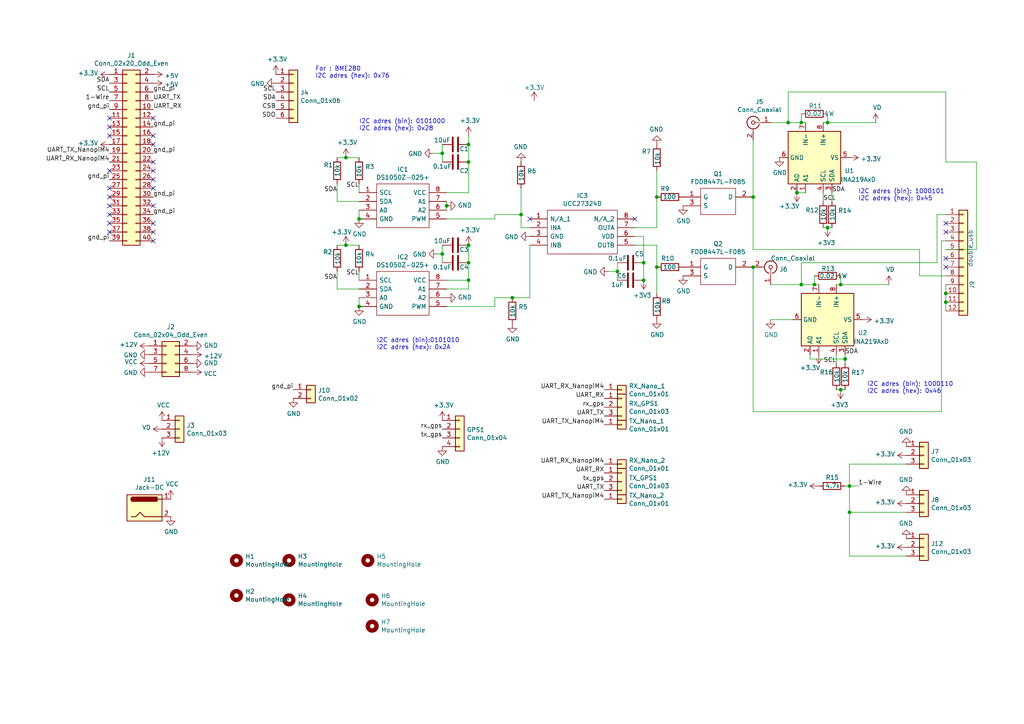
<source format=kicad_sch>
(kicad_sch (version 20230121) (generator eeschema)
  (paper "A4")
  (title_block (title "rpi_hat_alim_resist") (date "2020-10-30") (rev "3.0"))
  (lib_symbols
    (symbol "Connector:Conn_Coaxial" (pin_names (offset 1.016) hide)
      (property "Reference" "J" (at 0.254 3.048 0))
      (property "Value" "Conn_Coaxial" (at 2.921 0 90))
      (symbol "Conn_Coaxial_1_1"
        (pin passive line (at -5.08 0 0) (length 2.54) (name "In") (number "1"))
        (pin passive line (at 0 -5.08 90) (length 2.54) (name "Ext") (number "2"))
      )
    )
    (symbol "Connector:Jack-DC" (pin_names (offset 1.016))
      (property "Reference" "J" (at 0 5.334 0))
      (property "Value" "Jack-DC" (at 0 -5.08 0))
      (symbol "Jack-DC_1_1"
        (pin passive line (at 7.62 2.54 180) (length 2.54) (name "~") (number "1"))
        (pin passive line (at 7.62 -2.54 180) (length 2.54) (name "~") (number "2"))
      )
    )
    (symbol "Connector_Generic:Conn_01x01" (pin_names (offset 1.016) hide)
      (property "Reference" "J" (at 0 2.54 0))
      (property "Value" "Conn_01x01" (at 0 -2.54 0))
      (symbol "Conn_01x01_1_1"
        (pin passive line (at -5.08 0 0) (length 3.81) (name "Pin_1") (number "1"))
      )
    )
    (symbol "Connector_Generic:Conn_01x02" (pin_names (offset 1.016) hide)
      (property "Reference" "J" (at 0 2.54 0))
      (property "Value" "Conn_01x02" (at 0 -5.08 0))
      (symbol "Conn_01x02_1_1"
        (pin passive line (at -5.08 0 0) (length 3.81) (name "Pin_1") (number "1"))
        (pin passive line (at -5.08 -2.54 0) (length 3.81) (name "Pin_2") (number "2"))
      )
    )
    (symbol "Connector_Generic:Conn_01x03" (pin_names (offset 1.016) hide)
      (property "Reference" "J" (at 0 5.08 0))
      (property "Value" "Conn_01x03" (at 0 -5.08 0))
      (symbol "Conn_01x03_1_1"
        (pin passive line (at -5.08 2.54 0) (length 3.81) (name "Pin_1") (number "1"))
        (pin passive line (at -5.08 0 0) (length 3.81) (name "Pin_2") (number "2"))
        (pin passive line (at -5.08 -2.54 0) (length 3.81) (name "Pin_3") (number "3"))
      )
    )
    (symbol "Connector_Generic:Conn_01x04" (pin_names (offset 1.016) hide)
      (property "Reference" "J" (at 0 5.08 0))
      (property "Value" "Conn_01x04" (at 0 -7.62 0))
      (symbol "Conn_01x04_1_1"
        (pin passive line (at -5.08 2.54 0) (length 3.81) (name "Pin_1") (number "1"))
        (pin passive line (at -5.08 0 0) (length 3.81) (name "Pin_2") (number "2"))
        (pin passive line (at -5.08 -2.54 0) (length 3.81) (name "Pin_3") (number "3"))
        (pin passive line (at -5.08 -5.08 0) (length 3.81) (name "Pin_4") (number "4"))
      )
    )
    (symbol "Connector_Generic:Conn_01x06" (pin_names (offset 1.016) hide)
      (property "Reference" "J" (at 0 7.62 0))
      (property "Value" "Conn_01x06" (at 0 -10.16 0))
      (symbol "Conn_01x06_1_1"
        (pin passive line (at -5.08 5.08 0) (length 3.81) (name "Pin_1") (number "1"))
        (pin passive line (at -5.08 2.54 0) (length 3.81) (name "Pin_2") (number "2"))
        (pin passive line (at -5.08 0 0) (length 3.81) (name "Pin_3") (number "3"))
        (pin passive line (at -5.08 -2.54 0) (length 3.81) (name "Pin_4") (number "4"))
        (pin passive line (at -5.08 -5.08 0) (length 3.81) (name "Pin_5") (number "5"))
        (pin passive line (at -5.08 -7.62 0) (length 3.81) (name "Pin_6") (number "6"))
      )
    )
    (symbol "Connector_Generic:Conn_01x12" (pin_names (offset 1.016) hide)
      (property "Reference" "J" (at 0 15.24 0))
      (property "Value" "Conn_01x12" (at 0 -17.78 0))
      (symbol "Conn_01x12_1_1"
        (pin passive line (at -5.08 12.7 0) (length 3.81) (name "Pin_1") (number "1"))
        (pin passive line (at -5.08 -10.16 0) (length 3.81) (name "Pin_10") (number "10"))
        (pin passive line (at -5.08 -12.7 0) (length 3.81) (name "Pin_11") (number "11"))
        (pin passive line (at -5.08 -15.24 0) (length 3.81) (name "Pin_12") (number "12"))
        (pin passive line (at -5.08 10.16 0) (length 3.81) (name "Pin_2") (number "2"))
        (pin passive line (at -5.08 7.62 0) (length 3.81) (name "Pin_3") (number "3"))
        (pin passive line (at -5.08 5.08 0) (length 3.81) (name "Pin_4") (number "4"))
        (pin passive line (at -5.08 2.54 0) (length 3.81) (name "Pin_5") (number "5"))
        (pin passive line (at -5.08 0 0) (length 3.81) (name "Pin_6") (number "6"))
        (pin passive line (at -5.08 -2.54 0) (length 3.81) (name "Pin_7") (number "7"))
        (pin passive line (at -5.08 -5.08 0) (length 3.81) (name "Pin_8") (number "8"))
        (pin passive line (at -5.08 -7.62 0) (length 3.81) (name "Pin_9") (number "9"))
      )
    )
    (symbol "Connector_Generic:Conn_02x04_Odd_Even" (pin_names (offset 1.016) hide)
      (property "Reference" "J" (at 1.27 5.08 0))
      (property "Value" "Conn_02x04_Odd_Even" (at 1.27 -7.62 0))
      (symbol "Conn_02x04_Odd_Even_1_1"
        (pin passive line (at -5.08 2.54 0) (length 3.81) (name "Pin_1") (number "1"))
        (pin passive line (at 7.62 2.54 180) (length 3.81) (name "Pin_2") (number "2"))
        (pin passive line (at -5.08 0 0) (length 3.81) (name "Pin_3") (number "3"))
        (pin passive line (at 7.62 0 180) (length 3.81) (name "Pin_4") (number "4"))
        (pin passive line (at -5.08 -2.54 0) (length 3.81) (name "Pin_5") (number "5"))
        (pin passive line (at 7.62 -2.54 180) (length 3.81) (name "Pin_6") (number "6"))
        (pin passive line (at -5.08 -5.08 0) (length 3.81) (name "Pin_7") (number "7"))
        (pin passive line (at 7.62 -5.08 180) (length 3.81) (name "Pin_8") (number "8"))
      )
    )
    (symbol "Connector_Generic:Conn_02x20_Odd_Even" (pin_names (offset 1.016) hide)
      (property "Reference" "J" (at 1.27 25.4 0))
      (property "Value" "Conn_02x20_Odd_Even" (at 1.27 -27.94 0))
      (symbol "Conn_02x20_Odd_Even_1_1"
        (pin passive line (at -5.08 22.86 0) (length 3.81) (name "Pin_1") (number "1"))
        (pin passive line (at 7.62 12.7 180) (length 3.81) (name "Pin_10") (number "10"))
        (pin passive line (at -5.08 10.16 0) (length 3.81) (name "Pin_11") (number "11"))
        (pin passive line (at 7.62 10.16 180) (length 3.81) (name "Pin_12") (number "12"))
        (pin passive line (at -5.08 7.62 0) (length 3.81) (name "Pin_13") (number "13"))
        (pin passive line (at 7.62 7.62 180) (length 3.81) (name "Pin_14") (number "14"))
        (pin passive line (at -5.08 5.08 0) (length 3.81) (name "Pin_15") (number "15"))
        (pin passive line (at 7.62 5.08 180) (length 3.81) (name "Pin_16") (number "16"))
        (pin passive line (at -5.08 2.54 0) (length 3.81) (name "Pin_17") (number "17"))
        (pin passive line (at 7.62 2.54 180) (length 3.81) (name "Pin_18") (number "18"))
        (pin passive line (at -5.08 0 0) (length 3.81) (name "Pin_19") (number "19"))
        (pin passive line (at 7.62 22.86 180) (length 3.81) (name "Pin_2") (number "2"))
        (pin passive line (at 7.62 0 180) (length 3.81) (name "Pin_20") (number "20"))
        (pin passive line (at -5.08 -2.54 0) (length 3.81) (name "Pin_21") (number "21"))
        (pin passive line (at 7.62 -2.54 180) (length 3.81) (name "Pin_22") (number "22"))
        (pin passive line (at -5.08 -5.08 0) (length 3.81) (name "Pin_23") (number "23"))
        (pin passive line (at 7.62 -5.08 180) (length 3.81) (name "Pin_24") (number "24"))
        (pin passive line (at -5.08 -7.62 0) (length 3.81) (name "Pin_25") (number "25"))
        (pin passive line (at 7.62 -7.62 180) (length 3.81) (name "Pin_26") (number "26"))
        (pin passive line (at -5.08 -10.16 0) (length 3.81) (name "Pin_27") (number "27"))
        (pin passive line (at 7.62 -10.16 180) (length 3.81) (name "Pin_28") (number "28"))
        (pin passive line (at -5.08 -12.7 0) (length 3.81) (name "Pin_29") (number "29"))
        (pin passive line (at -5.08 20.32 0) (length 3.81) (name "Pin_3") (number "3"))
        (pin passive line (at 7.62 -12.7 180) (length 3.81) (name "Pin_30") (number "30"))
        (pin passive line (at -5.08 -15.24 0) (length 3.81) (name "Pin_31") (number "31"))
        (pin passive line (at 7.62 -15.24 180) (length 3.81) (name "Pin_32") (number "32"))
        (pin passive line (at -5.08 -17.78 0) (length 3.81) (name "Pin_33") (number "33"))
        (pin passive line (at 7.62 -17.78 180) (length 3.81) (name "Pin_34") (number "34"))
        (pin passive line (at -5.08 -20.32 0) (length 3.81) (name "Pin_35") (number "35"))
        (pin passive line (at 7.62 -20.32 180) (length 3.81) (name "Pin_36") (number "36"))
        (pin passive line (at -5.08 -22.86 0) (length 3.81) (name "Pin_37") (number "37"))
        (pin passive line (at 7.62 -22.86 180) (length 3.81) (name "Pin_38") (number "38"))
        (pin passive line (at -5.08 -25.4 0) (length 3.81) (name "Pin_39") (number "39"))
        (pin passive line (at 7.62 20.32 180) (length 3.81) (name "Pin_4") (number "4"))
        (pin passive line (at 7.62 -25.4 180) (length 3.81) (name "Pin_40") (number "40"))
        (pin passive line (at -5.08 17.78 0) (length 3.81) (name "Pin_5") (number "5"))
        (pin passive line (at 7.62 17.78 180) (length 3.81) (name "Pin_6") (number "6"))
        (pin passive line (at -5.08 15.24 0) (length 3.81) (name "Pin_7") (number "7"))
        (pin passive line (at 7.62 15.24 180) (length 3.81) (name "Pin_8") (number "8"))
        (pin passive line (at -5.08 12.7 0) (length 3.81) (name "Pin_9") (number "9"))
      )
    )
    (symbol "DS1050Z-010+:DS1050Z-010+" (pin_names (offset 0.762))
      (property "Reference" "IC" (at 21.59 7.62 0))
      (property "Value" "DS1050Z-010+" (at 21.59 5.08 0))
      (symbol "DS1050Z-010+_0_0"
        (pin passive line (at 0 0 0) (length 5.08) (name "SCL") (number "1"))
        (pin passive line (at 0 -2.54 0) (length 5.08) (name "SDA") (number "2"))
        (pin passive line (at 0 -5.08 0) (length 5.08) (name "A0") (number "3"))
        (pin passive line (at 0 -7.62 0) (length 5.08) (name "GND") (number "4"))
        (pin passive line (at 25.4 -7.62 180) (length 5.08) (name "PWM") (number "5"))
        (pin passive line (at 25.4 -5.08 180) (length 5.08) (name "A2") (number "6"))
        (pin passive line (at 25.4 -2.54 180) (length 5.08) (name "A1") (number "7"))
        (pin passive line (at 25.4 0 180) (length 5.08) (name "VCC") (number "8"))
      )
    )
    (symbol "Device:C" (pin_numbers hide) (pin_names (offset 0.254))
      (property "Reference" "C" (at 0.635 2.54 0))
      (property "Value" "C" (at 0.635 -2.54 0))
      (symbol "C_1_1"
        (pin passive line (at 0 3.81 270) (length 2.794) (name "~") (number "1"))
        (pin passive line (at 0 -3.81 90) (length 2.794) (name "~") (number "2"))
      )
    )
    (symbol "Device:R" (pin_numbers hide) (pin_names (offset 0))
      (property "Reference" "R" (at 2.032 0 90))
      (property "Value" "R" (at 0 0 90))
      (symbol "R_1_1"
        (pin passive line (at 0 3.81 270) (length 1.27) (name "~") (number "1"))
        (pin passive line (at 0 -3.81 90) (length 1.27) (name "~") (number "2"))
      )
    )
    (symbol "FDD8447L-F085:FDD8447L-F085" (pin_names (offset 0.762))
      (property "Reference" "Q" (at 16.51 7.62 0))
      (property "Value" "FDD8447L-F085" (at 16.51 5.08 0))
      (symbol "FDD8447L-F085_0_0"
        (pin unspecified line (at 0 0 0) (length 5.08) (name "G") (number "1"))
        (pin unspecified line (at 20.32 0 180) (length 5.08) (name "D") (number "2"))
        (pin unspecified line (at 0 -2.54 0) (length 5.08) (name "S") (number "3"))
      )
    )
    (symbol "Mechanical:MountingHole" (pin_names (offset 1.016))
      (property "Reference" "H" (at 0 5.08 0))
      (property "Value" "MountingHole" (at 0 3.175 0))
    )
    (symbol "Sensor_Energy:INA219AxD"
      (property "Reference" "U" (at -6.35 8.89 0))
      (property "Value" "INA219AxD" (at 5.08 8.89 0))
      (symbol "INA219AxD_1_1"
        (pin input line (at 10.16 -2.54 180) (length 2.54) (name "A1") (number "1"))
        (pin input line (at 10.16 -5.08 180) (length 2.54) (name "A0") (number "2"))
        (pin bidirectional line (at 10.16 5.08 180) (length 2.54) (name "SDA") (number "3"))
        (pin input line (at 10.16 2.54 180) (length 2.54) (name "SCL") (number "4"))
        (pin power_in line (at 0 10.16 270) (length 2.54) (name "VS") (number "5"))
        (pin power_in line (at 0 -10.16 90) (length 2.54) (name "GND") (number "6"))
        (pin input line (at -10.16 -2.54 0) (length 2.54) (name "IN-") (number "7"))
        (pin input line (at -10.16 2.54 0) (length 2.54) (name "IN+") (number "8"))
      )
    )
    (symbol "UCC27324D:UCC27324D" (pin_names (offset 0.762))
      (property "Reference" "IC" (at 26.67 7.62 0))
      (property "Value" "UCC27324D" (at 26.67 5.08 0))
      (symbol "UCC27324D_0_0"
        (pin unspecified line (at 0 0 0) (length 5.08) (name "N/A_1") (number "1"))
        (pin unspecified line (at 0 -2.54 0) (length 5.08) (name "INA") (number "2"))
        (pin unspecified line (at 0 -5.08 0) (length 5.08) (name "GND") (number "3"))
        (pin unspecified line (at 0 -7.62 0) (length 5.08) (name "INB") (number "4"))
        (pin unspecified line (at 30.48 -7.62 180) (length 5.08) (name "OUTB") (number "5"))
        (pin unspecified line (at 30.48 -5.08 180) (length 5.08) (name "VDD") (number "6"))
        (pin unspecified line (at 30.48 -2.54 180) (length 5.08) (name "OUTA") (number "7"))
        (pin unspecified line (at 30.48 0 180) (length 5.08) (name "N/A_2") (number "8"))
      )
    )
    (symbol "power:+12V" (power) (pin_names (offset 0))
      (property "Value" "+12V" (at 0 3.556 0))
      (symbol "+12V_1_1"
        (pin power_in line (at 0 0 90) (length 0) hide (name "+12V") (number "1"))
      )
    )
    (symbol "power:+3.3V" (power) (pin_names (offset 0))
      (property "Value" "+3.3V" (at 0 3.556 0))
      (symbol "+3.3V_1_1"
        (pin power_in line (at 0 0 90) (length 0) hide (name "+3.3V") (number "1"))
      )
    )
    (symbol "power:+5V" (power) (pin_names (offset 0))
      (property "Value" "+5V" (at 0 3.556 0))
      (symbol "+5V_1_1"
        (pin power_in line (at 0 0 90) (length 0) hide (name "+5V") (number "1"))
      )
    )
    (symbol "power:GND" (power) (pin_names (offset 0))
      (property "Value" "GND" (at 0 -3.81 0))
      (symbol "GND_1_1"
        (pin power_in line (at 0 0 270) (length 0) hide (name "GND") (number "1"))
      )
    )
    (symbol "power:VCC" (power) (pin_names (offset 0))
      (property "Value" "VCC" (at 0 3.81 0))
      (symbol "VCC_1_1"
        (pin power_in line (at 0 0 90) (length 0) hide (name "VCC") (number "1"))
      )
    )
    (symbol "power:VD" (power) (pin_names (offset 0))
      (property "Value" "VD" (at 0 3.81 0))
      (symbol "VD_1_1"
        (pin power_in line (at 0 0 90) (length 0) hide (name "VD") (number "1"))
      )
    )
    (symbol "res_hat-rescue:+3.3V-power" (power) (pin_names (offset 0))
      (property "Value" "+3.3V-power" (at 0 3.556 0))
      (symbol "+3.3V-power_1_1"
        (pin power_in line (at 0 0 90) (length 0) hide (name "+3V3") (number "1"))
      )
    )
  )
  (junction (at 246.38 140.97))
  (junction (at 135.89 76.2))
  (junction (at 135.89 41.91))
  (junction (at 128.27 73.66))
  (junction (at 243.84 113.03))
  (junction (at 246.38 148.59))
  (junction (at 232.41 82.55))
  (junction (at 135.89 81.28))
  (junction (at 186.69 81.28))
  (junction (at 245.11 104.14))
  (junction (at 231.14 55.88))
  (junction (at 190.5 57.15))
  (junction (at 274.32 87.63))
  (junction (at 218.44 57.15))
  (junction (at 186.69 76.2))
  (junction (at 236.22 82.55))
  (junction (at 129.54 59.69))
  (junction (at 148.59 86.36))
  (junction (at 104.14 63.5))
  (junction (at 274.32 85.09))
  (junction (at 179.07 78.74))
  (junction (at 100.33 71.12))
  (junction (at 243.84 82.55))
  (junction (at 104.14 88.9))
  (junction (at 135.89 46.99))
  (junction (at 232.41 35.56))
  (junction (at 100.33 45.72))
  (junction (at 128.27 44.45))
  (junction (at 218.44 77.47))
  (junction (at 228.6 35.56))
  (junction (at 190.5 77.47))
  (junction (at 151.13 62.23))
  (junction (at 240.03 66.04))
  (junction (at 240.03 35.56))
  (junction (at 135.89 71.12))
  (no_connect (at 31.75 57.15))
  (no_connect (at 44.45 64.77))
  (no_connect (at 44.45 39.37))
  (no_connect (at 31.75 64.77))
  (no_connect (at 44.45 49.53))
  (no_connect (at 44.45 41.91))
  (no_connect (at 44.45 69.85))
  (no_connect (at 44.45 67.31))
  (no_connect (at 44.45 54.61))
  (no_connect (at 31.75 49.53))
  (no_connect (at 44.45 52.07))
  (no_connect (at 31.75 39.37))
  (no_connect (at 274.32 77.47))
  (no_connect (at 31.75 67.31))
  (no_connect (at 31.75 59.69))
  (no_connect (at 31.75 62.23))
  (no_connect (at 44.45 59.69))
  (no_connect (at 274.32 74.93))
  (no_connect (at 274.32 64.77))
  (no_connect (at 274.32 67.31))
  (no_connect (at 44.45 46.99))
  (no_connect (at 184.15 63.5))
  (no_connect (at 31.75 54.61))
  (no_connect (at 153.67 63.5))
  (no_connect (at 31.75 36.83))
  (no_connect (at 31.75 34.29))
  (no_connect (at 44.45 34.29))
  (wire (pts (xy 186.69 68.58) (xy 186.69 76.2)))
  (wire (pts (xy 128.27 71.12) (xy 128.27 73.66)))
  (wire (pts (xy 179.07 78.74) (xy 176.53 78.74)))
  (wire (pts (xy 283.21 46.99) (xy 274.32 46.99)))
  (wire (pts (xy 243.84 113.03) (xy 245.11 113.03)))
  (wire (pts (xy 104.14 58.42) (xy 97.79 58.42)))
  (wire (pts (xy 262.89 148.59) (xy 246.38 148.59)))
  (wire (pts (xy 190.5 85.09) (xy 190.5 77.47)))
  (wire (pts (xy 271.78 62.23) (xy 274.32 62.23)))
  (wire (pts (xy 245.11 104.14) (xy 245.11 105.41)))
  (wire (pts (xy 153.67 71.12) (xy 153.67 86.36)))
  (wire (pts (xy 228.6 35.56) (xy 232.41 35.56)))
  (wire (pts (xy 129.54 88.9) (xy 143.51 88.9)))
  (wire (pts (xy 262.89 134.62) (xy 246.38 134.62)))
  (wire (pts (xy 218.44 57.15) (xy 218.44 72.39)))
  (wire (pts (xy 128.27 41.91) (xy 128.27 44.45)))
  (wire (pts (xy 246.38 148.59) (xy 246.38 161.29)))
  (wire (pts (xy 184.15 71.12) (xy 190.5 71.12)))
  (wire (pts (xy 184.15 68.58) (xy 186.69 68.58)))
  (wire (pts (xy 129.54 59.69) (xy 129.54 60.96)))
  (wire (pts (xy 240.03 66.04) (xy 241.3 66.04)))
  (wire (pts (xy 232.41 82.55) (xy 236.22 82.55)))
  (wire (pts (xy 243.84 80.01) (xy 243.84 82.55)))
  (wire (pts (xy 135.89 76.2) (xy 135.89 71.12)))
  (wire (pts (xy 104.14 55.88) (xy 104.14 53.34)))
  (wire (pts (xy 104.14 60.96) (xy 104.14 63.5)))
  (wire (pts (xy 104.14 86.36) (xy 104.14 88.9)))
  (wire (pts (xy 190.5 71.12) (xy 190.5 77.47)))
  (wire (pts (xy 232.41 33.02) (xy 232.41 35.56)))
  (wire (pts (xy 97.79 58.42) (xy 97.79 53.34)))
  (wire (pts (xy 243.84 82.55) (xy 257.81 82.55)))
  (wire (pts (xy 274.32 26.67) (xy 274.32 46.99)))
  (wire (pts (xy 143.51 86.36) (xy 148.59 86.36)))
  (wire (pts (xy 266.7 80.01) (xy 274.32 80.01)))
  (wire (pts (xy 242.57 82.55) (xy 243.84 82.55)))
  (wire (pts (xy 143.51 88.9) (xy 143.51 86.36)))
  (wire (pts (xy 97.79 45.72) (xy 100.33 45.72)))
  (wire (pts (xy 262.89 161.29) (xy 246.38 161.29)))
  (wire (pts (xy 238.76 35.56) (xy 240.03 35.56)))
  (wire (pts (xy 234.95 104.14) (xy 245.11 104.14)))
  (wire (pts (xy 232.41 35.56) (xy 233.68 35.56)))
  (wire (pts (xy 240.03 35.56) (xy 254 35.56)))
  (wire (pts (xy 274.32 85.09) (xy 274.32 87.63)))
  (wire (pts (xy 129.54 81.28) (xy 135.89 81.28)))
  (wire (pts (xy 128.27 76.2) (xy 128.27 73.66)))
  (wire (pts (xy 190.5 66.04) (xy 190.5 57.15)))
  (wire (pts (xy 238.76 55.88) (xy 238.76 58.42)))
  (wire (pts (xy 241.3 55.88) (xy 241.3 58.42)))
  (wire (pts (xy 151.13 66.04) (xy 151.13 62.23)))
  (wire (pts (xy 100.33 71.12) (xy 104.14 71.12)))
  (wire (pts (xy 218.44 77.47) (xy 218.44 119.38)))
  (wire (pts (xy 274.32 87.63) (xy 274.32 90.17)))
  (wire (pts (xy 97.79 83.82) (xy 97.79 78.74)))
  (wire (pts (xy 236.22 82.55) (xy 237.49 82.55)))
  (wire (pts (xy 232.41 82.55) (xy 232.41 76.2)))
  (wire (pts (xy 246.38 148.59) (xy 246.38 140.97)))
  (wire (pts (xy 179.07 76.2) (xy 179.07 78.74)))
  (wire (pts (xy 128.27 44.45) (xy 128.27 46.99)))
  (wire (pts (xy 274.32 82.55) (xy 274.32 85.09)))
  (wire (pts (xy 218.44 57.15) (xy 218.44 40.64)))
  (wire (pts (xy 151.13 62.23) (xy 143.51 62.23)))
  (wire (pts (xy 135.89 55.88) (xy 135.89 46.99)))
  (wire (pts (xy 128.27 73.66) (xy 127 73.66)))
  (wire (pts (xy 283.21 72.39) (xy 283.21 46.99)))
  (wire (pts (xy 242.57 113.03) (xy 243.84 113.03)))
  (wire (pts (xy 143.51 63.5) (xy 143.51 62.23)))
  (wire (pts (xy 245.11 102.87) (xy 245.11 104.14)))
  (wire (pts (xy 273.05 69.85) (xy 273.05 119.38)))
  (wire (pts (xy 129.54 83.82) (xy 135.89 83.82)))
  (wire (pts (xy 271.78 76.2) (xy 271.78 62.23)))
  (wire (pts (xy 236.22 80.01) (xy 236.22 82.55)))
  (wire (pts (xy 153.67 86.36) (xy 148.59 86.36)))
  (wire (pts (xy 238.76 66.04) (xy 240.03 66.04)))
  (wire (pts (xy 151.13 62.23) (xy 151.13 54.61)))
  (wire (pts (xy 228.6 35.56) (xy 228.6 26.67)))
  (wire (pts (xy 229.87 92.71) (xy 223.52 92.71)))
  (wire (pts (xy 100.33 45.72) (xy 104.14 45.72)))
  (wire (pts (xy 242.57 102.87) (xy 242.57 105.41)))
  (wire (pts (xy 186.69 76.2) (xy 186.69 81.28)))
  (wire (pts (xy 104.14 83.82) (xy 97.79 83.82)))
  (wire (pts (xy 266.7 72.39) (xy 266.7 80.01)))
  (wire (pts (xy 223.52 82.55) (xy 232.41 82.55)))
  (wire (pts (xy 184.15 66.04) (xy 190.5 66.04)))
  (wire (pts (xy 218.44 72.39) (xy 266.7 72.39)))
  (wire (pts (xy 129.54 63.5) (xy 143.51 63.5)))
  (wire (pts (xy 135.89 46.99) (xy 135.89 41.91)))
  (wire (pts (xy 233.68 55.88) (xy 231.14 55.88)))
  (wire (pts (xy 135.89 83.82) (xy 135.89 81.28)))
  (wire (pts (xy 104.14 81.28) (xy 104.14 78.74)))
  (wire (pts (xy 218.44 119.38) (xy 273.05 119.38)))
  (wire (pts (xy 274.32 69.85) (xy 273.05 69.85)))
  (wire (pts (xy 129.54 58.42) (xy 129.54 59.69)))
  (wire (pts (xy 190.5 49.53) (xy 190.5 57.15)))
  (wire (pts (xy 240.03 33.02) (xy 240.03 35.56)))
  (wire (pts (xy 135.89 41.91) (xy 135.89 39.37)))
  (wire (pts (xy 179.07 81.28) (xy 179.07 78.74)))
  (wire (pts (xy 234.95 102.87) (xy 234.95 104.14)))
  (wire (pts (xy 129.54 55.88) (xy 135.89 55.88)))
  (wire (pts (xy 246.38 134.62) (xy 246.38 140.97)))
  (wire (pts (xy 232.41 76.2) (xy 271.78 76.2)))
  (wire (pts (xy 228.6 26.67) (xy 274.32 26.67)))
  (wire (pts (xy 245.11 140.97) (xy 246.38 140.97)))
  (wire (pts (xy 223.52 35.56) (xy 228.6 35.56)))
  (wire (pts (xy 97.79 71.12) (xy 100.33 71.12)))
  (wire (pts (xy 274.32 72.39) (xy 283.21 72.39)))
  (wire (pts (xy 246.38 140.97) (xy 248.92 140.97)))
  (wire (pts (xy 153.67 66.04) (xy 151.13 66.04)))
  (wire (pts (xy 135.89 76.2) (xy 135.89 81.28)))
  (wire (pts (xy 125.73 44.45) (xy 128.27 44.45)))
  (text "I2C adres (bin): 1000110\nI2C adres (hex): 0x46" (at 251.46 114.3 0) (effects (font (size 1.27 1.27)) (justify left bottom)))
  (text "For : BME280 \nI2C adres (hex): 0x76" (at 91.44 22.86 0) (effects (font (size 1.27 1.27)) (justify left bottom)))
  (text "I2C adres (bin):0101010\nI2C adres (hex): 0x2A" (at 109.22 101.6 0) (effects (font (size 1.27 1.27)) (justify left bottom)))
  (text "I2C adres (bin): 0101000\nI2C adres (hex): 0x28" (at 104.14 38.1 0) (effects (font (size 1.27 1.27)) (justify left bottom)))
  (text "I2C adres (bin): 1000101\nI2C adres (hex): 0x45" (at 248.92 58.42 0) (effects (font (size 1.27 1.27)) (justify left bottom)))
  (label "UART_TX_NanopiM4" (at 31.75 44.45 180))
  (label "SCL" (at 31.75 26.67 180))
  (label "gnd_pi" (at 31.75 31.75 180))
  (label "SDO" (at 80.01 34.29 180))
  (label "SCL" (at 104.14 80.01 180))
  (label "tx_gps" (at 175.26 139.7 180))
  (label "rx_gps" (at 128.27 124.46 180))
  (label "SDA" (at 241.3 55.88 0))
  (label "SCL" (at 242.57 105.41 180))
  (label "1-Wire" (at 248.92 140.97 0))
  (label "gnd_pi" (at 31.75 69.85 180))
  (label "SDA" (at 97.79 81.28 180))
  (label "UART_TX_NanopiM4" (at 175.26 144.78 180))
  (label "tx_gps" (at 128.27 127 180))
  (label "UART_RX_NanopiM4" (at 175.26 113.03 180))
  (label "UART_RX" (at 44.45 31.75 0))
  (label "gnd_pi" (at 44.45 57.15 0))
  (label "SDA" (at 245.11 102.87 0))
  (label "UART_RX" (at 175.26 137.16 180))
  (label "gnd_pi" (at 31.75 52.07 180))
  (label "gnd_pi" (at 44.45 26.67 0))
  (label "gnd_pi" (at 85.09 113.03 180))
  (label "SCL" (at 80.01 26.67 180))
  (label "UART_RX" (at 175.26 115.57 180))
  (label "gnd_pi" (at 44.45 36.83 0))
  (label "SDA" (at 97.79 55.88 180))
  (label "UART_TX" (at 44.45 29.21 0))
  (label "rx_gps" (at 175.26 118.11 180))
  (label "SDA" (at 31.75 24.13 180))
  (label "UART_TX_NanopiM4" (at 175.26 123.19 180))
  (label "gnd_pi" (at 44.45 62.23 0))
  (label "UART_RX_NanopiM4" (at 31.75 46.99 180))
  (label "UART_TX" (at 175.26 142.24 180))
  (label "SDA" (at 80.01 29.21 180))
  (label "1-Wire" (at 31.75 29.21 180))
  (label "UART_RX_NanopiM4" (at 175.26 134.62 180))
  (label "CSB" (at 80.01 31.75 180))
  (label "UART_TX" (at 175.26 120.65 180))
  (label "SCL" (at 238.76 58.42 0))
  (label "SCL" (at 104.14 54.61 180))
  (label "gnd_pi" (at 44.45 44.45 0))
  (symbol (lib_id "Connector_Generic:Conn_02x20_Odd_Even") (at 36.83 44.45 0) (unit 1)
    (property "Reference" "J1" (at 38.1 16.0782 0))
    (property "Value" "Conn_02x20_Odd_Even" (at 38.1 18.3896 0))
    (property "Footprint" "Connector_PinHeader_2.54mm:PinHeader_2x20_P2.54mm_Vertical" (effects hide))
  )
  (symbol (lib_id "Connector_Generic:Conn_01x06") (at 85.09 26.67 0) (unit 1)
    (property "Reference" "J4" (at 87.122 26.8732 0) (effects (justify left)))
    (property "Value" "Conn_01x06" (at 87.122 29.1846 0) (effects (justify left)))
    (property "Footprint" "Connector_PinHeader_2.54mm:PinHeader_1x06_P2.54mm_Vertical" (effects hide))
  )
  (symbol (lib_id "UCC27324D:UCC27324D") (at 153.67 63.5 0) (unit 1)
    (property "Reference" "IC3" (at 168.91 56.769 0))
    (property "Value" "UCC27324D" (at 168.91 59.0804 0))
    (property "Footprint" "UCC27324D:SOIC127P600X175-8N" (effects hide))
    (property "Datasheet" "http://www.ti.com/lit/gpn/ucc27324" (effects hide))
    (property "Description" "Texas Instruments UCC27324D, Dual MOSFET Power Driver 4.5A, 4.5  15 V, Non-Inverting, 8-Pin SOIC" (effects hide))
    (property "Height" "1.75" (effects hide))
    (property "Mouser Part Number" "595-UCC27324D" (effects hide))
    (property "Mouser Price/Stock" "https://www.mouser.com/Search/Refine.aspx?Keyword=595-UCC27324D" (effects hide))
    (property "Manufacturer_Name" "Texas Instruments" (effects hide))
    (property "Manufacturer_Part_Number" "UCC27324D" (effects hide))
    (property "LCSC" "C46427" (effects hide))
  )
  (symbol (lib_id "FDD8447L-F085:FDD8447L-F085") (at 198.12 57.15 0) (unit 1)
    (property "Reference" "Q1" (at 208.28 50.419 0))
    (property "Value" "FDD8447L-F085" (at 208.28 52.7304 0))
    (property "Footprint" "FDD8447L:FDD8447LF085" (effects hide))
    (property "Datasheet" "https://componentsearchengine.com/Datasheets/1/FDD8447L-F085.pdf" (effects hide))
    (property "Description" "MOSFET 40V 50A N-Channel PowerTrench" (effects hide))
    (property "Height" "2.39" (effects hide))
    (property "Mouser Part Number" "512-FDD8447L_F085" (effects hide))
    (property "Mouser Price/Stock" "https://www.mouser.com/Search/Refine.aspx?Keyword=512-FDD8447L_F085" (effects hide))
    (property "Manufacturer_Name" "ON Semiconductor" (effects hide))
    (property "Manufacturer_Part_Number" "FDD8447L-F085" (effects hide))
    (property "LCSC" "C99591 or C154314 " (effects hide))
  )
  (symbol (lib_id "FDD8447L-F085:FDD8447L-F085") (at 198.12 77.47 0) (unit 1)
    (property "Reference" "Q2" (at 208.28 70.739 0))
    (property "Value" "FDD8447L-F085" (at 208.28 73.0504 0))
    (property "Footprint" "FDD8447L:FDD8447LF085" (effects hide))
    (property "Datasheet" "https://componentsearchengine.com/Datasheets/1/FDD8447L-F085.pdf" (effects hide))
    (property "Description" "MOSFET 40V 50A N-Channel PowerTrench" (effects hide))
    (property "Height" "2.39" (effects hide))
    (property "Mouser Part Number" "512-FDD8447L_F085" (effects hide))
    (property "Mouser Price/Stock" "https://www.mouser.com/Search/Refine.aspx?Keyword=512-FDD8447L_F085" (effects hide))
    (property "Manufacturer_Name" "ON Semiconductor" (effects hide))
    (property "Manufacturer_Part_Number" "FDD8447L-F085" (effects hide))
    (property "LCSC" "C99591 or C154314 " (effects hide))
  )
  (symbol (lib_id "Device:R") (at 241.3 140.97 270) (unit 1)
    (property "Reference" "R15" (at 241.4016 138.4808 90))
    (property "Value" "4.7k" (at 241.5286 140.9192 90))
    (property "Footprint" "Resistor_SMD:R_0805_2012Metric" (effects hide))
    (property "LCSC" "C17673" (effects hide))
  )
  (symbol (lib_id "Connector_Generic:Conn_01x03") (at 267.97 132.08 0) (unit 1)
    (property "Reference" "J7" (at 270.002 131.0132 0) (effects (justify left)))
    (property "Value" "Conn_01x03" (at 270.002 133.3246 0) (effects (justify left)))
    (property "Footprint" "Connector_Molex:Molex_KK-254_AE-6410-03A_1x03_P2.54mm_Vertical" (effects hide))
  )
  (symbol (lib_id "Connector_Generic:Conn_01x03") (at 267.97 146.05 0) (unit 1)
    (property "Reference" "J8" (at 270.002 144.9832 0) (effects (justify left)))
    (property "Value" "Conn_01x03" (at 270.002 147.2946 0) (effects (justify left)))
    (property "Footprint" "Connector_Molex:Molex_KK-254_AE-6410-03A_1x03_P2.54mm_Vertical" (effects hide))
  )
  (symbol (lib_id "power:GND") (at 262.89 129.54 180) (unit 1)
    (property "Reference" "#PWR0146" (effects hide))
    (property "Value" "GND" (at 262.763 125.1458 0))
  )
  (symbol (lib_id "Connector:Conn_Coaxial") (at 218.44 35.56 0) (mirror y) (unit 1)
    (property "Reference" "J5" (at 220.2688 29.5148 0))
    (property "Value" "Conn_Coaxial" (at 220.2688 31.8262 0))
    (property "Footprint" "rca:KLPX0848A2O" (effects hide))
    (property "Datasheet" " ~" (effects hide))
  )
  (symbol (lib_id "power:GND") (at 262.89 143.51 180) (unit 1)
    (property "Reference" "#PWR0147" (effects hide))
    (property "Value" "GND" (at 262.763 139.1158 0))
  )
  (symbol (lib_id "Connector_Generic:Conn_02x04_Odd_Even") (at 48.26 102.87 0) (unit 1)
    (property "Reference" "J2" (at 49.53 94.8182 0))
    (property "Value" "Conn_02x04_Odd_Even" (at 49.53 97.1296 0))
    (property "Footprint" "Connector_PinHeader_2.54mm:PinHeader_2x04_P2.54mm_Vertical" (effects hide))
  )
  (symbol (lib_id "power:+3.3V") (at 262.89 132.08 90) (unit 1)
    (property "Reference" "#PWR0148" (effects hide))
    (property "Value" "+3.3V" (at 259.6388 131.699 90) (effects (justify left)))
  )
  (symbol (lib_id "Connector:Conn_Coaxial") (at 223.52 77.47 270) (mirror x) (unit 1)
    (property "Reference" "J6" (at 226.06 78.1304 90) (effects (justify left)))
    (property "Value" "Conn_Coaxial" (at 223.52 74.93 90) (effects (justify left)))
    (property "Footprint" "rca:KLPX0848A2O" (effects hide))
    (property "Datasheet" " ~" (effects hide))
  )
  (symbol (lib_id "power:GND") (at 55.88 105.41 90) (unit 1)
    (property "Reference" "#PWR0151" (effects hide))
    (property "Value" "GND" (at 59.1312 105.283 90) (effects (justify right)))
  )
  (symbol (lib_id "power:+3.3V") (at 262.89 146.05 90) (unit 1)
    (property "Reference" "#PWR0149" (effects hide))
    (property "Value" "+3.3V" (at 259.6388 145.669 90) (effects (justify left)))
  )
  (symbol (lib_id "power:GND") (at 43.18 107.95 270) (unit 1)
    (property "Reference" "#PWR0152" (effects hide))
    (property "Value" "GND" (at 39.9288 108.077 90) (effects (justify right)))
  )
  (symbol (lib_id "power:VCC") (at 43.18 105.41 90) (unit 1)
    (property "Reference" "#PWR0153" (effects hide))
    (property "Value" "VCC" (at 39.9542 104.9528 90) (effects (justify left)))
  )
  (symbol (lib_id "power:VCC") (at 55.88 107.95 270) (unit 1)
    (property "Reference" "#PWR0154" (effects hide))
    (property "Value" "VCC" (at 59.1312 108.3818 90) (effects (justify left)))
  )
  (symbol (lib_id "power:+3.3V") (at 31.75 21.59 90) (unit 1)
    (property "Reference" "#PWR0101" (effects hide))
    (property "Value" "+3.3V" (at 28.4988 21.209 90) (effects (justify left)))
  )
  (symbol (lib_id "Connector_Generic:Conn_01x03") (at 52.07 124.46 0) (unit 1)
    (property "Reference" "J3" (at 54.102 123.3932 0) (effects (justify left)))
    (property "Value" "Conn_01x03" (at 54.102 125.7046 0) (effects (justify left)))
    (property "Footprint" "Connector_PinHeader_2.54mm:PinHeader_1x03_P2.54mm_Vertical" (effects hide))
  )
  (symbol (lib_id "power:VCC") (at 46.99 121.92 0) (unit 1)
    (property "Reference" "#PWR0155" (effects hide))
    (property "Value" "VCC" (at 47.4218 117.5258 0))
  )
  (symbol (lib_id "power:+5V") (at 44.45 21.59 270) (unit 1)
    (property "Reference" "#PWR0102" (effects hide))
    (property "Value" "+5V" (at 47.7012 21.971 90) (effects (justify left)))
  )
  (symbol (lib_id "power:+5V") (at 44.45 24.13 270) (unit 1)
    (property "Reference" "#PWR0103" (effects hide))
    (property "Value" "+5V" (at 47.7012 24.511 90) (effects (justify left)))
  )
  (symbol (lib_id "power:+12V") (at 46.99 127 180) (unit 1)
    (property "Reference" "#PWR0156" (effects hide))
    (property "Value" "+12V" (at 46.609 131.3942 0))
  )
  (symbol (lib_id "power:VD") (at 46.99 124.46 90) (unit 1)
    (property "Reference" "#PWR0157" (effects hide))
    (property "Value" "VD" (at 43.7642 124.0028 90) (effects (justify left)))
  )
  (symbol (lib_id "power:VD") (at 257.81 82.55 0) (unit 1)
    (property "Reference" "#PWR0158" (effects hide))
    (property "Value" "VD" (at 258.2418 78.1558 0))
  )
  (symbol (lib_id "power:VD") (at 254 35.56 0) (unit 1)
    (property "Reference" "#PWR0159" (effects hide))
    (property "Value" "VD" (at 254.4318 31.1658 0))
  )
  (symbol (lib_id "power:+3.3V") (at 31.75 41.91 90) (unit 1)
    (property "Reference" "#PWR0111" (effects hide))
    (property "Value" "+3.3V" (at 28.4988 41.529 90) (effects (justify left)))
  )
  (symbol (lib_id "power:+3.3V") (at 80.01 21.59 0) (unit 1)
    (property "Reference" "#PWR0112" (effects hide))
    (property "Value" "+3.3V" (at 80.391 17.1958 0))
  )
  (symbol (lib_id "power:GND") (at 80.01 24.13 270) (unit 1)
    (property "Reference" "#PWR0113" (effects hide))
    (property "Value" "GND" (at 76.7588 24.257 90) (effects (justify right)))
  )
  (symbol (lib_id "Connector_Generic:Conn_01x12") (at 279.4 74.93 0) (unit 1)
    (property "Reference" "J9" (at 281.94 83.82 90) (effects (justify left)))
    (property "Value" "double_usb" (at 281.432 77.4446 90) (effects (justify left)))
    (property "Footprint" "double_usb:DUAL_USB_2.0_TYPE-A" (effects hide))
  )
  (symbol (lib_id "power:+12V") (at 43.18 100.33 90) (unit 1)
    (property "Reference" "#PWR0114" (effects hide))
    (property "Value" "+12V" (at 39.9288 99.949 90) (effects (justify left)))
  )
  (symbol (lib_id "power:+12V") (at 55.88 102.87 270) (unit 1)
    (property "Reference" "#PWR0115" (effects hide))
    (property "Value" "+12V" (at 59.1312 103.251 90) (effects (justify left)))
  )
  (symbol (lib_id "power:GND") (at 55.88 100.33 90) (unit 1)
    (property "Reference" "#PWR0116" (effects hide))
    (property "Value" "GND" (at 59.1312 100.203 90) (effects (justify right)))
  )
  (symbol (lib_id "power:GND") (at 43.18 102.87 270) (unit 1)
    (property "Reference" "#PWR0117" (effects hide))
    (property "Value" "GND" (at 39.9288 102.997 90) (effects (justify right)))
  )
  (symbol (lib_id "power:+3.3V") (at 237.49 140.97 90) (unit 1)
    (property "Reference" "#PWR0150" (effects hide))
    (property "Value" "+3.3V" (at 234.2388 140.589 90) (effects (justify left)))
  )
  (symbol (lib_id "Mechanical:MountingHole") (at 68.58 162.56 0) (unit 1)
    (property "Reference" "H1" (at 71.12 161.3916 0) (effects (justify left)))
    (property "Value" "MountingHole" (at 71.12 163.703 0) (effects (justify left)))
    (property "Footprint" "MountingHole:MountingHole_3.2mm_M3" (effects hide))
  )
  (symbol (lib_id "Mechanical:MountingHole") (at 83.82 162.56 0) (unit 1)
    (property "Reference" "H3" (at 86.36 161.3916 0) (effects (justify left)))
    (property "Value" "MountingHole" (at 86.36 163.703 0) (effects (justify left)))
    (property "Footprint" "MountingHole:MountingHole_3.2mm_M3" (effects hide))
  )
  (symbol (lib_id "Mechanical:MountingHole") (at 68.58 172.72 0) (unit 1)
    (property "Reference" "H2" (at 71.12 171.5516 0) (effects (justify left)))
    (property "Value" "MountingHole" (at 71.12 173.863 0) (effects (justify left)))
    (property "Footprint" "MountingHole:MountingHole_3.2mm_M3" (effects hide))
  )
  (symbol (lib_id "Mechanical:MountingHole") (at 83.82 173.99 0) (unit 1)
    (property "Reference" "H4" (at 86.36 172.8216 0) (effects (justify left)))
    (property "Value" "MountingHole" (at 86.36 175.133 0) (effects (justify left)))
    (property "Footprint" "MountingHole:MountingHole_3.2mm_M3" (effects hide))
  )
  (symbol (lib_id "Sensor_Energy:INA219AxD") (at 240.03 92.71 270) (unit 1)
    (property "Reference" "U2" (at 250.19 96.52 90))
    (property "Value" "INA219AxD" (at 252.73 99.06 90))
    (property "Footprint" "Package_SO:SOIC-8_3.9x4.9mm_P1.27mm" (effects hide))
    (property "Datasheet" "http://www.ti.com/lit/ds/symlink/ina219.pdf" (effects hide))
    (property "LCSC" "C138706" (effects hide))
  )
  (symbol (lib_id "power:+3.3V") (at 250.19 92.71 270) (unit 1)
    (property "Reference" "#PWR0119" (effects hide))
    (property "Value" "+3.3V" (at 253.4412 93.091 90) (effects (justify left)))
  )
  (symbol (lib_id "Device:R") (at 240.03 80.01 270) (unit 1)
    (property "Reference" "R13" (at 240.1824 77.9018 90))
    (property "Value" "0.02 1W" (at 241.7318 80.01 90))
    (property "Footprint" "Resistor_SMD:R_2512_6332Metric" (effects hide))
    (property "LCSC" "C127705" (effects hide))
  )
  (symbol (lib_id "Device:R") (at 245.11 109.22 0) (unit 1)
    (property "Reference" "R17" (at 246.888 108.0516 0) (effects (justify left)))
    (property "Value" "10k" (at 245.1354 111.0488 90) (effects (justify left)))
    (property "Footprint" "Resistor_SMD:R_0805_2012Metric" (effects hide))
    (property "LCSC" "C17414" (effects hide))
  )
  (symbol (lib_id "Device:R") (at 242.57 109.22 180) (unit 1)
    (property "Reference" "R16" (at 237.744 107.95 0) (effects (justify right)))
    (property "Value" "10k" (at 242.6716 110.9726 90) (effects (justify right)))
    (property "Footprint" "Resistor_SMD:R_0805_2012Metric" (effects hide))
    (property "LCSC" "C17414" (effects hide))
  )
  (symbol (lib_id "res_hat-rescue:+3.3V-power") (at 243.84 113.03 180) (unit 1)
    (property "Reference" "#PWR0120" (effects hide))
    (property "Value" "+3.3V" (at 243.459 117.4242 0))
  )
  (symbol (lib_id "power:+3.3V") (at 237.49 102.87 180) (unit 1)
    (property "Reference" "#PWR0121" (effects hide))
    (property "Value" "+3.3V" (at 234.95 106.68 0))
  )
  (symbol (lib_id "Sensor_Energy:INA219AxD") (at 236.22 45.72 270) (unit 1)
    (property "Reference" "U1" (at 246.38 49.53 90))
    (property "Value" "INA219AxD" (at 248.92 52.07 90))
    (property "Footprint" "Package_SO:SOIC-8_3.9x4.9mm_P1.27mm" (effects hide))
    (property "Datasheet" "http://www.ti.com/lit/ds/symlink/ina219.pdf" (effects hide))
    (property "LCSC" "C138706" (effects hide))
  )
  (symbol (lib_id "power:+3.3V") (at 246.38 45.72 270) (unit 1)
    (property "Reference" "#PWR0122" (effects hide))
    (property "Value" "+3.3V" (at 249.6312 46.101 90) (effects (justify left)))
  )
  (symbol (lib_id "Device:R") (at 236.22 33.02 270) (unit 1)
    (property "Reference" "R11" (at 236.4994 30.734 90))
    (property "Value" "0.02 1W" (at 237.9472 32.9438 90))
    (property "Footprint" "Resistor_SMD:R_2512_6332Metric" (effects hide))
    (property "LCSC" "C127705" (effects hide))
  )
  (symbol (lib_id "Device:R") (at 241.3 62.23 0) (unit 1)
    (property "Reference" "R14" (at 243.078 61.0616 0) (effects (justify left)))
    (property "Value" "10k" (at 241.3762 64.008 90) (effects (justify left)))
    (property "Footprint" "Resistor_SMD:R_0805_2012Metric" (effects hide))
    (property "LCSC" "C17414" (effects hide))
  )
  (symbol (lib_id "Device:R") (at 238.76 62.23 180) (unit 1)
    (property "Reference" "R12" (at 233.6038 60.96 0) (effects (justify right)))
    (property "Value" "10k" (at 238.8362 64.0588 90) (effects (justify right)))
    (property "Footprint" "Resistor_SMD:R_0805_2012Metric" (effects hide))
    (property "LCSC" "C17414" (effects hide))
  )
  (symbol (lib_id "res_hat-rescue:+3.3V-power") (at 240.03 66.04 180) (unit 1)
    (property "Reference" "#PWR0123" (effects hide))
    (property "Value" "+3.3V" (at 239.649 70.4342 0))
  )
  (symbol (lib_id "power:+3.3V") (at 231.14 55.88 180) (unit 1)
    (property "Reference" "#PWR0124" (effects hide))
    (property "Value" "+3.3V" (at 228.9556 59.8424 0))
  )
  (symbol (lib_id "Device:R") (at 194.31 57.15 270) (unit 1)
    (property "Reference" "R9" (at 192.8622 54.7116 90))
    (property "Value" "100" (at 194.2084 57.0992 90))
    (property "Footprint" "Resistor_SMD:R_0805_2012Metric" (effects hide))
    (property "LCSC" "C17414" (effects hide))
  )
  (symbol (lib_id "Device:R") (at 194.31 77.47 270) (unit 1)
    (property "Reference" "R10" (at 193.6496 74.9554 90))
    (property "Value" "100" (at 194.2084 77.4954 90))
    (property "Footprint" "Resistor_SMD:R_0805_2012Metric" (effects hide))
    (property "LCSC" "C17408" (effects hide))
  )
  (symbol (lib_id "Device:R") (at 190.5 45.72 0) (unit 1)
    (property "Reference" "R7" (at 187.4774 43.9674 0))
    (property "Value" "10k" (at 190.6778 45.9994 90))
    (property "Footprint" "Resistor_SMD:R_0805_2012Metric" (effects hide))
    (property "LCSC" "C17414" (effects hide))
  )
  (symbol (lib_id "Device:R") (at 190.5 88.9 0) (unit 1)
    (property "Reference" "R8" (at 193.2178 87.3252 0))
    (property "Value" "10k" (at 190.6778 89.027 90))
    (property "Footprint" "Resistor_SMD:R_0805_2012Metric" (effects hide))
    (property "LCSC" "C17414" (effects hide))
  )
  (symbol (lib_id "Device:R") (at 151.13 50.8 0) (unit 1)
    (property "Reference" "R6" (at 152.908 49.6316 0) (effects (justify left)))
    (property "Value" "10k" (at 151.2062 52.578 90) (effects (justify left)))
    (property "Footprint" "Resistor_SMD:R_0805_2012Metric" (effects hide))
    (property "LCSC" "C17414" (effects hide))
  )
  (symbol (lib_id "Device:R") (at 148.59 90.17 0) (unit 1)
    (property "Reference" "R5" (at 150.368 89.0016 0) (effects (justify left)))
    (property "Value" "10k" (at 148.6662 92.0496 90) (effects (justify left)))
    (property "Footprint" "Resistor_SMD:R_0805_2012Metric" (effects hide))
    (property "LCSC" "C17414" (effects hide))
  )
  (symbol (lib_id "power:GND") (at 148.59 93.98 0) (unit 1)
    (property "Reference" "#PWR0125" (effects hide))
    (property "Value" "GND" (at 148.717 98.3742 0))
  )
  (symbol (lib_id "power:GND") (at 151.13 46.99 180) (unit 1)
    (property "Reference" "#PWR0126" (effects hide))
    (property "Value" "GND" (at 151.003 42.5958 0))
  )
  (symbol (lib_id "power:GND") (at 190.5 92.71 0) (unit 1)
    (property "Reference" "#PWR0127" (effects hide))
    (property "Value" "GND" (at 190.627 97.1042 0))
  )
  (symbol (lib_id "power:GND") (at 190.5 41.91 180) (unit 1)
    (property "Reference" "#PWR0128" (effects hide))
    (property "Value" "GND" (at 190.373 37.5158 0))
  )
  (symbol (lib_id "power:GND") (at 153.67 68.58 270) (unit 1)
    (property "Reference" "#PWR0129" (effects hide))
    (property "Value" "GND" (at 150.4188 68.707 90) (effects (justify right)))
  )
  (symbol (lib_id "Device:R") (at 104.14 49.53 0) (unit 1)
    (property "Reference" "R3" (at 105.918 48.3616 0) (effects (justify left)))
    (property "Value" "10k" (at 104.1654 51.4604 90) (effects (justify left)))
    (property "Footprint" "Resistor_SMD:R_0805_2012Metric" (effects hide))
    (property "LCSC" "C17414" (effects hide))
  )
  (symbol (lib_id "Device:R") (at 97.79 49.53 0) (unit 1)
    (property "Reference" "R1" (at 93.8784 47.8536 0) (effects (justify left)))
    (property "Value" "10k" (at 97.8408 51.308 90) (effects (justify left)))
    (property "Footprint" "Resistor_SMD:R_0805_2012Metric" (effects hide))
    (property "LCSC" "C17414" (effects hide))
  )
  (symbol (lib_id "power:+3.3V") (at 100.33 45.72 0) (unit 1)
    (property "Reference" "#PWR0130" (effects hide))
    (property "Value" "+3.3V" (at 100.711 41.3258 0))
  )
  (symbol (lib_id "Device:R") (at 104.14 74.93 0) (unit 1)
    (property "Reference" "R4" (at 105.918 73.7616 0) (effects (justify left)))
    (property "Value" "10k" (at 104.1654 76.708 90) (effects (justify left)))
    (property "Footprint" "Resistor_SMD:R_0805_2012Metric" (effects hide))
    (property "LCSC" "C17414" (effects hide))
  )
  (symbol (lib_id "Device:R") (at 97.79 74.93 0) (unit 1)
    (property "Reference" "R2" (at 93.7006 73.0758 0) (effects (justify left)))
    (property "Value" "10k" (at 97.9424 76.7842 90) (effects (justify left)))
    (property "Footprint" "Resistor_SMD:R_0805_2012Metric" (effects hide))
    (property "LCSC" "C17414" (effects hide))
  )
  (symbol (lib_id "power:+3.3V") (at 100.33 71.12 0) (unit 1)
    (property "Reference" "#PWR0131" (effects hide))
    (property "Value" "+3.3V" (at 99.06 67.31 0))
  )
  (symbol (lib_id "Device:C") (at 182.88 76.2 270) (unit 1)
    (property "Reference" "C5" (at 185.42 73.66 90))
    (property "Value" "0.1uF" (at 179.07 74.93 90))
    (property "Footprint" "Capacitor_SMD:C_0805_2012Metric" (effects hide))
    (property "LCSC" "C49678" (effects hide))
  )
  (symbol (lib_id "Device:C") (at 182.88 81.28 270) (unit 1)
    (property "Reference" "C6" (at 180.34 80.01 90))
    (property "Value" "1uF" (at 179.07 82.55 90))
    (property "Footprint" "Capacitor_SMD:C_0805_2012Metric" (effects hide))
    (property "LCSC" "C28323" (effects hide))
  )
  (symbol (lib_id "power:GND") (at 176.53 78.74 270) (unit 1)
    (property "Reference" "#PWR0132" (effects hide))
    (property "Value" "GND" (at 173.2788 78.867 90) (effects (justify right)))
  )
  (symbol (lib_id "res_hat-rescue:+3.3V-power") (at 186.69 81.28 180) (unit 1)
    (property "Reference" "#PWR0133" (effects hide))
    (property "Value" "+3.3V" (at 186.309 85.6742 0))
  )
  (symbol (lib_id "power:GND") (at 198.12 80.01 0) (unit 1)
    (property "Reference" "#PWR0134" (effects hide))
    (property "Value" "GND" (at 198.247 84.4042 0))
  )
  (symbol (lib_id "power:GND") (at 198.12 59.69 0) (unit 1)
    (property "Reference" "#PWR0135" (effects hide))
    (property "Value" "GND" (at 198.247 64.0842 0))
  )
  (symbol (lib_id "power:GND") (at 226.06 45.72 0) (unit 1)
    (property "Reference" "#PWR0136" (effects hide))
    (property "Value" "GND" (at 226.187 50.1142 0))
  )
  (symbol (lib_id "power:GND") (at 223.52 92.71 0) (unit 1)
    (property "Reference" "#PWR0137" (effects hide))
    (property "Value" "GND" (at 223.647 97.1042 0))
  )
  (symbol (lib_id "power:+3.3V") (at 135.89 39.37 0) (unit 1)
    (property "Reference" "#PWR0140" (effects hide))
    (property "Value" "+3.3V" (at 136.271 34.9758 0))
  )
  (symbol (lib_id "Device:C") (at 132.08 46.99 90) (unit 1)
    (property "Reference" "C2" (at 134.62 49.53 90))
    (property "Value" "0.1uF" (at 128.27 48.26 90))
    (property "Footprint" "Capacitor_SMD:C_0805_2012Metric" (effects hide))
    (property "LCSC" "C49678" (effects hide))
  )
  (symbol (lib_id "Device:C") (at 132.08 41.91 90) (unit 1)
    (property "Reference" "C1" (at 134.62 43.18 90))
    (property "Value" "10uF" (at 128.27 40.64 90))
    (property "Footprint" "Capacitor_SMD:C_0805_2012Metric" (effects hide))
    (property "LCSC" "C15850" (effects hide))
  )
  (symbol (lib_id "power:+3.3V") (at 135.89 71.12 0) (unit 1)
    (property "Reference" "#PWR0141" (effects hide))
    (property "Value" "+3.3V" (at 136.271 66.7258 0))
  )
  (symbol (lib_id "Device:C") (at 132.08 76.2 90) (unit 1)
    (property "Reference" "C4" (at 134.62 77.47 90))
    (property "Value" "0.1uF" (at 128.27 77.47 90))
    (property "Footprint" "Capacitor_SMD:C_0805_2012Metric" (effects hide))
    (property "LCSC" "C49678" (effects hide))
  )
  (symbol (lib_id "Device:C") (at 132.08 71.12 90) (unit 1)
    (property "Reference" "C3" (at 134.62 72.39 90))
    (property "Value" "10uF" (at 128.27 69.85 90))
    (property "Footprint" "Capacitor_SMD:C_0805_2012Metric" (effects hide))
    (property "LCSC" "C15850" (effects hide))
  )
  (symbol (lib_id "power:GND") (at 127 73.66 270) (unit 1)
    (property "Reference" "#PWR0142" (effects hide))
    (property "Value" "GND" (at 123.7488 73.787 90) (effects (justify right)))
  )
  (symbol (lib_id "power:GND") (at 125.73 44.45 270) (unit 1)
    (property "Reference" "#PWR0143" (effects hide))
    (property "Value" "GND" (at 122.4788 44.577 90) (effects (justify right)))
  )
  (symbol (lib_id "power:GND") (at 104.14 63.5 0) (unit 1)
    (property "Reference" "#PWR0144" (effects hide))
    (property "Value" "GND" (at 104.267 67.8942 0))
  )
  (symbol (lib_id "Connector_Generic:Conn_01x04") (at 133.35 124.46 0) (unit 1)
    (property "Reference" "GPS1" (at 135.382 124.6632 0) (effects (justify left)))
    (property "Value" "Conn_01x04" (at 135.382 126.9746 0) (effects (justify left)))
    (property "Footprint" "Connector_PinSocket_2.54mm:PinSocket_1x04_P2.54mm_Vertical" (effects hide))
  )
  (symbol (lib_id "Mechanical:MountingHole") (at 107.95 173.99 0) (unit 1)
    (property "Reference" "H6" (at 110.49 172.8216 0) (effects (justify left)))
    (property "Value" "MountingHole" (at 110.49 175.133 0) (effects (justify left)))
    (property "Footprint" "MountingHole:MountingHole_3.2mm_M3" (effects hide))
  )
  (symbol (lib_id "Mechanical:MountingHole") (at 107.95 181.61 0) (unit 1)
    (property "Reference" "H7" (at 110.49 180.4416 0) (effects (justify left)))
    (property "Value" "MountingHole" (at 110.49 182.753 0) (effects (justify left)))
    (property "Footprint" "MountingHole:MountingHole_3.2mm_M3" (effects hide))
  )
  (symbol (lib_id "power:+3.3V") (at 128.27 121.92 0) (unit 1)
    (property "Reference" "#PWR0104" (effects hide))
    (property "Value" "+3.3V" (at 128.651 117.5258 0))
  )
  (symbol (lib_id "power:GND") (at 128.27 129.54 0) (unit 1)
    (property "Reference" "#PWR0108" (effects hide))
    (property "Value" "GND" (at 128.397 133.9342 0))
  )
  (symbol (lib_id "Connector_Generic:Conn_01x03") (at 180.34 118.11 0) (unit 1)
    (property "Reference" "RX_GPS1" (at 182.372 117.0432 0) (effects (justify left)))
    (property "Value" "Conn_01x03" (at 182.372 119.3546 0) (effects (justify left)))
    (property "Footprint" "Connector_PinHeader_2.54mm:PinHeader_1x03_P2.54mm_Vertical" (effects hide))
  )
  (symbol (lib_id "Connector_Generic:Conn_01x01") (at 180.34 113.03 0) (unit 1)
    (property "Reference" "RX_Nano_1" (at 182.372 111.9632 0) (effects (justify left)))
    (property "Value" "Conn_01x01" (at 182.372 114.2746 0) (effects (justify left)))
    (property "Footprint" "Connector_PinHeader_2.54mm:PinHeader_1x01_P2.54mm_Vertical" (effects hide))
  )
  (symbol (lib_id "Connector_Generic:Conn_01x01") (at 180.34 123.19 0) (unit 1)
    (property "Reference" "TX_Nano_1" (at 182.372 122.1232 0) (effects (justify left)))
    (property "Value" "Conn_01x01" (at 182.372 124.4346 0) (effects (justify left)))
    (property "Footprint" "Connector_PinHeader_2.54mm:PinHeader_1x01_P2.54mm_Vertical" (effects hide))
  )
  (symbol (lib_id "Connector_Generic:Conn_01x01") (at 180.34 134.62 0) (unit 1)
    (property "Reference" "RX_Nano_2" (at 182.372 133.5532 0) (effects (justify left)))
    (property "Value" "Conn_01x01" (at 182.372 135.8646 0) (effects (justify left)))
    (property "Footprint" "Connector_PinHeader_2.54mm:PinHeader_1x01_P2.54mm_Vertical" (effects hide))
  )
  (symbol (lib_id "Connector_Generic:Conn_01x01") (at 180.34 144.78 0) (unit 1)
    (property "Reference" "TX_Nano_2" (at 182.372 143.7132 0) (effects (justify left)))
    (property "Value" "Conn_01x01" (at 182.372 146.0246 0) (effects (justify left)))
    (property "Footprint" "Connector_PinHeader_2.54mm:PinHeader_1x01_P2.54mm_Vertical" (effects hide))
  )
  (symbol (lib_id "Connector_Generic:Conn_01x03") (at 180.34 139.7 0) (unit 1)
    (property "Reference" "TX_GPS1" (at 182.372 138.6332 0) (effects (justify left)))
    (property "Value" "Conn_01x03" (at 182.372 140.9446 0) (effects (justify left)))
    (property "Footprint" "Connector_PinHeader_2.54mm:PinHeader_1x03_P2.54mm_Vertical" (effects hide))
  )
  (symbol (lib_id "Connector_Generic:Conn_01x02") (at 90.17 113.03 0) (unit 1)
    (property "Reference" "J10" (at 92.202 113.2332 0) (effects (justify left)))
    (property "Value" "Conn_01x02" (at 92.202 115.5446 0) (effects (justify left)))
    (property "Footprint" "Connector_PinHeader_2.54mm:PinHeader_1x02_P2.54mm_Vertical" (effects hide))
  )
  (symbol (lib_id "power:GND") (at 85.09 115.57 0) (unit 1)
    (property "Reference" "#PWR0105" (effects hide))
    (property "Value" "GND" (at 85.217 119.9642 0))
  )
  (symbol (lib_id "Connector:Jack-DC") (at 41.91 147.32 0) (unit 1)
    (property "Reference" "J11" (at 43.3578 139.065 0))
    (property "Value" "Jack-DC" (at 43.3578 141.3764 0))
    (property "Footprint" "Connector_BarrelJack:BarrelJack_Horizontal" (effects hide))
  )
  (symbol (lib_id "power:VCC") (at 49.53 144.78 0) (unit 1)
    (property "Reference" "#PWR0106" (effects hide))
    (property "Value" "VCC" (at 49.9618 140.3858 0))
  )
  (symbol (lib_id "power:GND") (at 49.53 149.86 0) (unit 1)
    (property "Reference" "#PWR0107" (effects hide))
    (property "Value" "GND" (at 49.657 154.2542 0))
  )
  (symbol (lib_id "Mechanical:MountingHole") (at 106.68 162.56 0) (unit 1)
    (property "Reference" "H5" (at 109.22 161.3916 0) (effects (justify left)))
    (property "Value" "MountingHole" (at 109.22 163.703 0) (effects (justify left)))
    (property "Footprint" "MountingHole:MountingHole_3.2mm_M3" (effects hide))
  )
  (symbol (lib_id "Connector_Generic:Conn_01x03") (at 267.97 158.75 0) (unit 1)
    (property "Reference" "J12" (at 270.002 157.6832 0) (effects (justify left)))
    (property "Value" "Conn_01x03" (at 270.002 159.9946 0) (effects (justify left)))
    (property "Footprint" "Connector_Molex:Molex_KK-254_AE-6410-03A_1x03_P2.54mm_Vertical" (effects hide))
  )
  (symbol (lib_id "power:GND") (at 262.89 156.21 180) (unit 1)
    (property "Reference" "#PWR0138" (effects hide))
    (property "Value" "GND" (at 262.763 151.8158 0))
  )
  (symbol (lib_id "power:+3.3V") (at 262.89 158.75 90) (unit 1)
    (property "Reference" "#PWR0139" (effects hide))
    (property "Value" "+3.3V" (at 259.6388 158.369 90) (effects (justify left)))
  )
  (symbol (lib_id "DS1050Z-010+:DS1050Z-010+") (at 104.14 55.88 0) (unit 1)
    (property "Reference" "IC1" (at 116.84 49.149 0))
    (property "Value" "DS1050Z-025+" (at 116.84 51.4604 0))
    (property "Footprint" "DS1050Z:SOIC127P600X175-8N" (effects hide))
    (property "Datasheet" "https://componentsearchengine.com/Datasheets/1/DS1050Z-025+.pdf" (effects hide))
    (property "Description" "Clock Generators & Support Products 5 Bit Programmable, Pulse-Width Modulator: 25kHz" (effects hide))
    (property "Height" "1.75" (effects hide))
    (property "Mouser Part Number" "700-DS1050Z-025" (effects hide))
    (property "Mouser Price/Stock" "https://www.mouser.fr/ProductDetail/Maxim-Integrated/DS1050Z-025%2b?qs=ZlLWvsADX%2FnNZcV2XIFXgg%3D%3D" (effects hide))
    (property "Manufacturer_Name" "Maxim Integrated" (effects hide))
    (property "Manufacturer_Part_Number" "DS1050Z-025+" (effects hide))
  )
  (symbol (lib_id "DS1050Z-010+:DS1050Z-010+") (at 104.14 81.28 0) (unit 1)
    (property "Reference" "IC2" (at 116.84 74.549 0))
    (property "Value" "DS1050Z-025+" (at 116.84 76.8604 0))
    (property "Footprint" "DS1050Z:SOIC127P600X175-8N" (effects hide))
    (property "Datasheet" "https://componentsearchengine.com/Datasheets/1/DS1050Z-025+.pdf" (effects hide))
    (property "Description" "Clock Generators & Support Products 5 Bit Programmable, Pulse-Width Modulator: 25kHz" (effects hide))
    (property "Height" "1.75" (effects hide))
    (property "Mouser Part Number" "700-DS1050Z-025" (effects hide))
    (property "Mouser Price/Stock" "https://www.mouser.fr/ProductDetail/Maxim-Integrated/DS1050Z-025%2b?qs=ZlLWvsADX%2FnNZcV2XIFXgg%3D%3D" (effects hide))
    (property "Manufacturer_Name" "Maxim Integrated" (effects hide))
    (property "Manufacturer_Part_Number" "DS1050Z-025+" (effects hide))
  )
  (symbol (lib_id "power:GND") (at 104.14 88.9 0) (unit 1)
    (property "Reference" "#PWR0109" (effects hide))
    (property "Value" "GND" (at 104.267 93.2942 0))
  )
  (symbol (lib_id "power:GND") (at 129.54 59.69 90) (unit 1)
    (property "Reference" "#PWR0110" (effects hide))
    (property "Value" "GND" (at 132.7912 59.563 90) (effects (justify right)))
  )
  (symbol (lib_id "power:GND") (at 129.54 86.36 90) (unit 1)
    (property "Reference" "#PWR0118" (effects hide))
    (property "Value" "GND" (at 132.7912 86.233 90) (effects (justify right)))
  )
  (symbol (lib_id "power:+3.3V") (at 154.94 29.21 0) (unit 1)
    (property "Reference" "#PWR01" (effects hide))
    (property "Value" "+3.3V" (at 154.94 25.4 0))
  )
)
</source>
